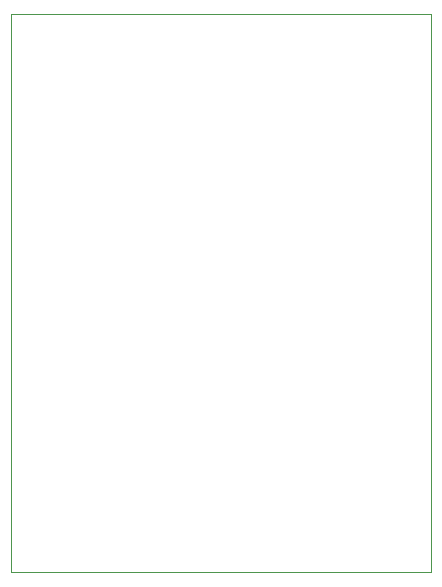
<source format=gbr>
G04 #@! TF.FileFunction,Profile,NP*
%FSLAX46Y46*%
G04 Gerber Fmt 4.6, Leading zero omitted, Abs format (unit mm)*
G04 Created by KiCad (PCBNEW (after 2015-jan-16 BZR unknown)-brewed_product) date Sunday, March 08, 2015 'PMt' 01:09:04 PM*
%MOMM*%
G01*
G04 APERTURE LIST*
%ADD10C,0.100000*%
G04 APERTURE END LIST*
D10*
X215900000Y-164592000D02*
X216408000Y-164592000D01*
X215900000Y-117348000D02*
X216408000Y-117348000D01*
X215900000Y-164592000D02*
X215392000Y-164592000D01*
X216408000Y-117348000D02*
X216408000Y-164592000D01*
X215392000Y-117348000D02*
X215900000Y-117348000D01*
X180848000Y-117348000D02*
X215392000Y-117348000D01*
X180848000Y-164592000D02*
X180848000Y-117348000D01*
X215392000Y-164592000D02*
X180848000Y-164592000D01*
M02*

</source>
